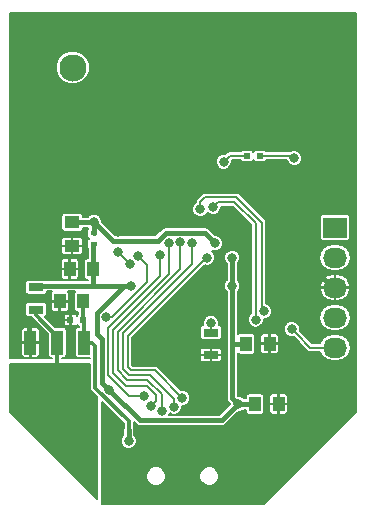
<source format=gbl>
G04 #@! TF.FileFunction,Copper,L2,Bot,Signal*
%FSLAX46Y46*%
G04 Gerber Fmt 4.6, Leading zero omitted, Abs format (unit mm)*
G04 Created by KiCad (PCBNEW (2016-08-08 BZR 7014)-stable) date Tue Aug  9 20:31:53 2016*
%MOMM*%
%LPD*%
G01*
G04 APERTURE LIST*
%ADD10C,0.100000*%
%ADD11R,1.000000X1.250000*%
%ADD12R,0.600000X0.500000*%
%ADD13R,1.250000X1.000000*%
%ADD14R,1.300000X0.700000*%
%ADD15R,0.600000X0.400000*%
%ADD16R,2.032000X1.727200*%
%ADD17O,2.032000X1.727200*%
%ADD18R,2.000000X2.000000*%
%ADD19C,2.300000*%
%ADD20R,3.657600X2.032000*%
%ADD21R,1.016000X2.032000*%
%ADD22O,1.600000X4.000000*%
%ADD23C,0.800000*%
%ADD24C,0.203200*%
%ADD25C,0.381000*%
%ADD26C,0.508000*%
%ADD27C,0.304800*%
%ADD28C,0.152400*%
G04 APERTURE END LIST*
D10*
D11*
X89600000Y-99500000D03*
X87600000Y-99500000D03*
D12*
X89600000Y-101100000D03*
X88500000Y-101100000D03*
D11*
X103375000Y-103100000D03*
X105375000Y-103100000D03*
X90450000Y-96775000D03*
X88450000Y-96775000D03*
X104125000Y-108200000D03*
X106125000Y-108200000D03*
D13*
X88650000Y-92825000D03*
X88650000Y-94825000D03*
D14*
X85600000Y-100200000D03*
X85600000Y-98300000D03*
D15*
X90500000Y-94650000D03*
X90500000Y-93750000D03*
D16*
X110900000Y-93270000D03*
D17*
X110900000Y-95810000D03*
X110900000Y-98350000D03*
X110900000Y-100890000D03*
X110900000Y-103430000D03*
D18*
X91240000Y-77170000D03*
X86160000Y-77170000D03*
X86160000Y-82250000D03*
X91240000Y-82250000D03*
D19*
X88700000Y-79710000D03*
D14*
X100400000Y-102150000D03*
X100400000Y-104050000D03*
D20*
X87400000Y-109602000D03*
D21*
X87400000Y-102998000D03*
X89686000Y-102998000D03*
X85114000Y-102998000D03*
D12*
X104550000Y-87200000D03*
X103450000Y-87200000D03*
D22*
X92300000Y-114300000D03*
X103700000Y-114300000D03*
D23*
X95900000Y-90400000D03*
X84899997Y-101200003D03*
X87600000Y-101200000D03*
X106000000Y-114000000D03*
X103000000Y-110000000D03*
X107000000Y-110000000D03*
X109000000Y-108000000D03*
X88000000Y-77000000D03*
X85000000Y-80000000D03*
X111000000Y-106000000D03*
X98000000Y-102000000D03*
X108000000Y-93000000D03*
X111000000Y-88000000D03*
X109000000Y-90000000D03*
X109000000Y-86000000D03*
X111000000Y-84000000D03*
X107000000Y-84000000D03*
X103000000Y-84000000D03*
X109000000Y-82000000D03*
X105000000Y-82000000D03*
X101000000Y-82000000D03*
X111000000Y-80000000D03*
X107000000Y-80000000D03*
X103000000Y-80000000D03*
X111000000Y-76000000D03*
X107000000Y-76000000D03*
X103000000Y-76000000D03*
X109000000Y-78000000D03*
X105000000Y-78000000D03*
X101000000Y-78000000D03*
X97000000Y-78000000D03*
X99000000Y-76000000D03*
X99000000Y-80000000D03*
X99000000Y-84000000D03*
X85000000Y-97000000D03*
X87000000Y-96000000D03*
X85000000Y-94000000D03*
X88000000Y-84000000D03*
X85000000Y-86000000D03*
X87000000Y-92000000D03*
X85000000Y-90000000D03*
X87000000Y-88000000D03*
X89000000Y-90000000D03*
X90000000Y-86000000D03*
X92000000Y-84000000D03*
X100856000Y-99842000D03*
X97300000Y-99650000D03*
X94850000Y-104250000D03*
X100250000Y-105100000D03*
X108250000Y-96150000D03*
X102200000Y-92000000D03*
X105300002Y-91700000D03*
X98197950Y-92702050D03*
X92500000Y-93600000D03*
X105725000Y-98425000D03*
X96707500Y-91227500D03*
X96707500Y-89552500D03*
X95032500Y-89552500D03*
X95032500Y-91227500D03*
X91450000Y-88400000D03*
X100150000Y-87950000D03*
X101600000Y-88850000D03*
X93433000Y-111333000D03*
X102200000Y-95800000D03*
X102200000Y-98200000D03*
X102700002Y-108200000D03*
X91800000Y-107000000D03*
X93650000Y-98200000D03*
X107253886Y-101853886D03*
X100750000Y-94600000D03*
X100750000Y-94600000D03*
X90500000Y-92800000D03*
X101477607Y-87700000D03*
X100400000Y-101350000D03*
X107460000Y-87396000D03*
X100100000Y-95800000D03*
X97987347Y-107687347D03*
X94234080Y-95646517D03*
X91540510Y-100850000D03*
X104200000Y-101050000D03*
X100600000Y-91500000D03*
X104920000Y-100350008D03*
X99500000Y-91700000D03*
X98807842Y-94526444D03*
X97281184Y-108422254D03*
X97808000Y-94508000D03*
X96250000Y-108800000D03*
X95341139Y-108382897D03*
X96812568Y-94603590D03*
X94750000Y-107500000D03*
X96065784Y-95558523D03*
X92500000Y-95299998D03*
X93522380Y-96358217D03*
D24*
X84899997Y-101765688D02*
X84899997Y-101200003D01*
X84899997Y-103185997D02*
X84899997Y-101765688D01*
X85114000Y-103400000D02*
X84899997Y-103185997D01*
D25*
X92500000Y-93600000D02*
X92660000Y-93600000D01*
X92660000Y-93600000D02*
X95032500Y-91227500D01*
X105700001Y-92099999D02*
X105300002Y-91700000D01*
X105700001Y-93302401D02*
X105700001Y-92099999D01*
X110747600Y-98350000D02*
X105700001Y-93302401D01*
X110900000Y-98350000D02*
X110747600Y-98350000D01*
D24*
X110900000Y-98350000D02*
X105800000Y-98350000D01*
X105800000Y-98350000D02*
X105725000Y-98425000D01*
D26*
X101600000Y-88850000D02*
X101050000Y-88850000D01*
X101050000Y-88850000D02*
X100150000Y-87950000D01*
D27*
X89600000Y-101100000D02*
X89600000Y-99500000D01*
X89686000Y-102998000D02*
X89686000Y-101186000D01*
X89686000Y-101186000D02*
X89600000Y-101100000D01*
X89686000Y-102998000D02*
X90298000Y-102998000D01*
X90298000Y-102998000D02*
X90600000Y-103300000D01*
X90600000Y-103300000D02*
X90600000Y-106843106D01*
X90600000Y-106843106D02*
X93433000Y-109676106D01*
X93433000Y-109676106D02*
X93433000Y-110433000D01*
D25*
X93433000Y-111333000D02*
X93433000Y-110433000D01*
X90450000Y-96775000D02*
X90450000Y-94700000D01*
X90450000Y-94700000D02*
X90500000Y-94650000D01*
X90450000Y-96775000D02*
X90450000Y-98175000D01*
X90450000Y-98175000D02*
X90475000Y-98200000D01*
X102200000Y-98200000D02*
X102200000Y-95800000D01*
X104125000Y-108200000D02*
X102700002Y-108200000D01*
X102200000Y-107699998D02*
X102200000Y-103100000D01*
X102200000Y-103100000D02*
X102200000Y-98765685D01*
X103375000Y-103100000D02*
X102494000Y-103100000D01*
X102494000Y-103100000D02*
X102200000Y-103100000D01*
X102200000Y-98765685D02*
X102200000Y-98200000D01*
X102700002Y-108200000D02*
X102200000Y-107699998D01*
X102300003Y-108599999D02*
X102700002Y-108200000D01*
X101309501Y-109590501D02*
X102300003Y-108599999D01*
X94390501Y-109590501D02*
X101309501Y-109590501D01*
X91800000Y-107000000D02*
X94390501Y-109590501D01*
X90750000Y-102237098D02*
X90750000Y-100470568D01*
X90750000Y-100470568D02*
X93020568Y-98200000D01*
X93084315Y-98200000D02*
X93650000Y-98200000D01*
X93020568Y-98200000D02*
X93084315Y-98200000D01*
X90750000Y-102237098D02*
X91200000Y-102687098D01*
X91200000Y-102687098D02*
X91200000Y-106400000D01*
X91200000Y-106400000D02*
X91800000Y-107000000D01*
X93650000Y-98200000D02*
X90475000Y-98200000D01*
X90475000Y-98200000D02*
X85700000Y-98200000D01*
X85700000Y-98200000D02*
X85600000Y-98300000D01*
D24*
X107653885Y-102253885D02*
X107253886Y-101853886D01*
X110900000Y-103430000D02*
X108830000Y-103430000D01*
X108830000Y-103430000D02*
X107653885Y-102253885D01*
D25*
X96562556Y-93717498D02*
X95889553Y-94390501D01*
X95889553Y-94390501D02*
X92090501Y-94390501D01*
X92090501Y-94390501D02*
X90899999Y-93199999D01*
X90899999Y-93199999D02*
X90500000Y-92800000D01*
X99867498Y-93717498D02*
X96562556Y-93717498D01*
X100750000Y-94600000D02*
X99867498Y-93717498D01*
X90500000Y-93750000D02*
X90500000Y-92800000D01*
X90500000Y-92800000D02*
X88900000Y-92800000D01*
X90550000Y-92850000D02*
X90500000Y-92800000D01*
D24*
X103450000Y-87200000D02*
X101977607Y-87200000D01*
X101977607Y-87200000D02*
X101477607Y-87700000D01*
D27*
X87400000Y-102998000D02*
X87400000Y-104318800D01*
X87400000Y-104318800D02*
X87400000Y-109602000D01*
X87400000Y-102998000D02*
X87400000Y-102490000D01*
X87400000Y-102490000D02*
X85600000Y-100690000D01*
X85600000Y-100690000D02*
X85600000Y-100200000D01*
D25*
X87400000Y-103400000D02*
X87400000Y-102500000D01*
D24*
X100400000Y-101350000D02*
X100400000Y-102150000D01*
X97987347Y-107687347D02*
X95643580Y-105343580D01*
X95643580Y-105343580D02*
X93643580Y-105343580D01*
X93643580Y-105343580D02*
X93353210Y-105053210D01*
X93353210Y-105053210D02*
X93353210Y-102446790D01*
X93353210Y-102446790D02*
X100000000Y-95800000D01*
X100000000Y-95800000D02*
X100100000Y-95800000D01*
X107264000Y-87200000D02*
X107460000Y-87396000D01*
X104550000Y-87200000D02*
X107264000Y-87200000D01*
X91540510Y-100850000D02*
X91590510Y-100800000D01*
X91590510Y-100800000D02*
X92050000Y-100800000D01*
X95000000Y-97850000D02*
X95000000Y-96412437D01*
X92050000Y-100800000D02*
X95000000Y-97850000D01*
X95000000Y-96412437D02*
X94234080Y-95646517D01*
X104200000Y-100484315D02*
X104200000Y-101050000D01*
X104200000Y-92911630D02*
X104200000Y-100484315D01*
X100999999Y-91100001D02*
X102388371Y-91100001D01*
X100600000Y-91500000D02*
X100999999Y-91100001D01*
X102388371Y-91100001D02*
X104200000Y-92911630D01*
X99500000Y-91700000D02*
X99500000Y-91134315D01*
X99937524Y-90696791D02*
X102555386Y-90696791D01*
X104700000Y-92841405D02*
X104700000Y-100100000D01*
X99500000Y-91134315D02*
X99937524Y-90696791D01*
X102555386Y-90696791D02*
X104700000Y-92841405D01*
X104700000Y-100100000D02*
X104920000Y-100320000D01*
X104920000Y-100320000D02*
X104920000Y-100350008D01*
X98792314Y-94541972D02*
X98807842Y-94526444D01*
X98807842Y-96342158D02*
X98807842Y-95092129D01*
X92950000Y-105229774D02*
X92950000Y-102200000D01*
X92950000Y-102200000D02*
X98807842Y-96342158D01*
X97281184Y-107781184D02*
X95246790Y-105746790D01*
X97281184Y-108422254D02*
X97281184Y-107781184D01*
X95246790Y-105746790D02*
X93467016Y-105746790D01*
X93467016Y-105746790D02*
X92950000Y-105229774D01*
X98807842Y-95092129D02*
X98807842Y-94526444D01*
X98792314Y-94696069D02*
X98792314Y-94541972D01*
X96250000Y-107391406D02*
X95008595Y-106150001D01*
X97808000Y-95073685D02*
X97808000Y-94508000D01*
X96250000Y-108800000D02*
X96250000Y-107391406D01*
X97808000Y-96767000D02*
X97808000Y-95073685D01*
X92503210Y-102071790D02*
X97808000Y-96767000D01*
X93300001Y-106150001D02*
X92503210Y-105353210D01*
X95008595Y-106150001D02*
X93300001Y-106150001D01*
X92503210Y-105353210D02*
X92503210Y-102071790D01*
X95741138Y-107982898D02*
X95741138Y-107452770D01*
X94988370Y-106700001D02*
X93220227Y-106700001D01*
X95341139Y-108382897D02*
X95741138Y-107982898D01*
X93220227Y-106700001D02*
X92099999Y-105579773D01*
X95741138Y-107452770D02*
X94988370Y-106700001D01*
X96812568Y-97187432D02*
X96812568Y-95169275D01*
X92099999Y-105579773D02*
X92099999Y-101900001D01*
X96812568Y-95169275D02*
X96812568Y-94603590D01*
X92099999Y-101900001D02*
X96812568Y-97187432D01*
X93450000Y-107500000D02*
X94184315Y-107500000D01*
X96065784Y-97354442D02*
X91696788Y-101723438D01*
X91696788Y-105746788D02*
X93450000Y-107500000D01*
X96065784Y-95558523D02*
X96065784Y-97354442D01*
X94184315Y-107500000D02*
X94750000Y-107500000D01*
X91696788Y-101723438D02*
X91696788Y-105746788D01*
X93522380Y-96358217D02*
X92500000Y-95335837D01*
X92500000Y-95335837D02*
X92500000Y-95299998D01*
D28*
G36*
X112645600Y-108853203D02*
X104853202Y-116645600D01*
X91176200Y-116645600D01*
X91176200Y-114464254D01*
X94920456Y-114464254D01*
X95046459Y-114769204D01*
X95279569Y-115002721D01*
X95584298Y-115129256D01*
X95914254Y-115129544D01*
X96219204Y-115003541D01*
X96452721Y-114770431D01*
X96579256Y-114465702D01*
X96579257Y-114464254D01*
X99420456Y-114464254D01*
X99546459Y-114769204D01*
X99779569Y-115002721D01*
X100084298Y-115129256D01*
X100414254Y-115129544D01*
X100719204Y-115003541D01*
X100952721Y-114770431D01*
X101079256Y-114465702D01*
X101079544Y-114135746D01*
X100953541Y-113830796D01*
X100720431Y-113597279D01*
X100415702Y-113470744D01*
X100085746Y-113470456D01*
X99780796Y-113596459D01*
X99547279Y-113829569D01*
X99420744Y-114134298D01*
X99420456Y-114464254D01*
X96579257Y-114464254D01*
X96579544Y-114135746D01*
X96453541Y-113830796D01*
X96220431Y-113597279D01*
X95915702Y-113470744D01*
X95585746Y-113470456D01*
X95280796Y-113596459D01*
X95047279Y-113829569D01*
X94920744Y-114134298D01*
X94920456Y-114464254D01*
X91176200Y-114464254D01*
X91176200Y-108029964D01*
X93001200Y-109854964D01*
X93001200Y-110249688D01*
X92998869Y-110253177D01*
X92963100Y-110433000D01*
X92963100Y-110842102D01*
X92857369Y-110947648D01*
X92753718Y-111197266D01*
X92753483Y-111467548D01*
X92856697Y-111717346D01*
X93047648Y-111908631D01*
X93297266Y-112012282D01*
X93567548Y-112012517D01*
X93817346Y-111909303D01*
X94008631Y-111718352D01*
X94112282Y-111468734D01*
X94112517Y-111198452D01*
X94009303Y-110948654D01*
X93902900Y-110842065D01*
X93902900Y-110433000D01*
X93867131Y-110253177D01*
X93864800Y-110249688D01*
X93864800Y-109729339D01*
X94058232Y-109922771D01*
X94210678Y-110024632D01*
X94390501Y-110060401D01*
X101309501Y-110060401D01*
X101489324Y-110024632D01*
X101641770Y-109922770D01*
X102632272Y-108932269D01*
X102632274Y-108932266D01*
X102685153Y-108879387D01*
X102834550Y-108879517D01*
X103084348Y-108776303D01*
X103190937Y-108669900D01*
X103340127Y-108669900D01*
X103340127Y-108825000D01*
X103361812Y-108934016D01*
X103423564Y-109026436D01*
X103515984Y-109088188D01*
X103625000Y-109109873D01*
X104625000Y-109109873D01*
X104734016Y-109088188D01*
X104826436Y-109026436D01*
X104888188Y-108934016D01*
X104909873Y-108825000D01*
X104909873Y-108295250D01*
X105345600Y-108295250D01*
X105345600Y-108880576D01*
X105388136Y-108983267D01*
X105466733Y-109061864D01*
X105569424Y-109104400D01*
X106029750Y-109104400D01*
X106099600Y-109034550D01*
X106099600Y-108225400D01*
X106150400Y-108225400D01*
X106150400Y-109034550D01*
X106220250Y-109104400D01*
X106680576Y-109104400D01*
X106783267Y-109061864D01*
X106861864Y-108983267D01*
X106904400Y-108880576D01*
X106904400Y-108295250D01*
X106834550Y-108225400D01*
X106150400Y-108225400D01*
X106099600Y-108225400D01*
X105415450Y-108225400D01*
X105345600Y-108295250D01*
X104909873Y-108295250D01*
X104909873Y-107575000D01*
X104898819Y-107519424D01*
X105345600Y-107519424D01*
X105345600Y-108104750D01*
X105415450Y-108174600D01*
X106099600Y-108174600D01*
X106099600Y-107365450D01*
X106150400Y-107365450D01*
X106150400Y-108174600D01*
X106834550Y-108174600D01*
X106904400Y-108104750D01*
X106904400Y-107519424D01*
X106861864Y-107416733D01*
X106783267Y-107338136D01*
X106680576Y-107295600D01*
X106220250Y-107295600D01*
X106150400Y-107365450D01*
X106099600Y-107365450D01*
X106029750Y-107295600D01*
X105569424Y-107295600D01*
X105466733Y-107338136D01*
X105388136Y-107416733D01*
X105345600Y-107519424D01*
X104898819Y-107519424D01*
X104888188Y-107465984D01*
X104826436Y-107373564D01*
X104734016Y-107311812D01*
X104625000Y-107290127D01*
X103625000Y-107290127D01*
X103515984Y-107311812D01*
X103423564Y-107373564D01*
X103361812Y-107465984D01*
X103340127Y-107575000D01*
X103340127Y-107730100D01*
X103190900Y-107730100D01*
X103085354Y-107624369D01*
X102835736Y-107520718D01*
X102685127Y-107520587D01*
X102669900Y-107505360D01*
X102669900Y-103920952D01*
X102673564Y-103926436D01*
X102765984Y-103988188D01*
X102875000Y-104009873D01*
X103875000Y-104009873D01*
X103984016Y-103988188D01*
X104076436Y-103926436D01*
X104138188Y-103834016D01*
X104159873Y-103725000D01*
X104159873Y-103195250D01*
X104595600Y-103195250D01*
X104595600Y-103780576D01*
X104638136Y-103883267D01*
X104716733Y-103961864D01*
X104819424Y-104004400D01*
X105279750Y-104004400D01*
X105349600Y-103934550D01*
X105349600Y-103125400D01*
X105400400Y-103125400D01*
X105400400Y-103934550D01*
X105470250Y-104004400D01*
X105930576Y-104004400D01*
X106033267Y-103961864D01*
X106111864Y-103883267D01*
X106154400Y-103780576D01*
X106154400Y-103195250D01*
X106084550Y-103125400D01*
X105400400Y-103125400D01*
X105349600Y-103125400D01*
X104665450Y-103125400D01*
X104595600Y-103195250D01*
X104159873Y-103195250D01*
X104159873Y-102475000D01*
X104148819Y-102419424D01*
X104595600Y-102419424D01*
X104595600Y-103004750D01*
X104665450Y-103074600D01*
X105349600Y-103074600D01*
X105349600Y-102265450D01*
X105400400Y-102265450D01*
X105400400Y-103074600D01*
X106084550Y-103074600D01*
X106154400Y-103004750D01*
X106154400Y-102419424D01*
X106111864Y-102316733D01*
X106033267Y-102238136D01*
X105930576Y-102195600D01*
X105470250Y-102195600D01*
X105400400Y-102265450D01*
X105349600Y-102265450D01*
X105279750Y-102195600D01*
X104819424Y-102195600D01*
X104716733Y-102238136D01*
X104638136Y-102316733D01*
X104595600Y-102419424D01*
X104148819Y-102419424D01*
X104138188Y-102365984D01*
X104076436Y-102273564D01*
X103984016Y-102211812D01*
X103875000Y-102190127D01*
X102875000Y-102190127D01*
X102765984Y-102211812D01*
X102673564Y-102273564D01*
X102669900Y-102279048D01*
X102669900Y-101988434D01*
X106574369Y-101988434D01*
X106677583Y-102238232D01*
X106868534Y-102429517D01*
X107118152Y-102533168D01*
X107388434Y-102533403D01*
X107392788Y-102531604D01*
X108560592Y-103699408D01*
X108684198Y-103781998D01*
X108830000Y-103811001D01*
X108830005Y-103811000D01*
X109655008Y-103811000D01*
X109666228Y-103867407D01*
X109913999Y-104238223D01*
X110284815Y-104485994D01*
X110722222Y-104573000D01*
X111077778Y-104573000D01*
X111515185Y-104485994D01*
X111886001Y-104238223D01*
X112133772Y-103867407D01*
X112220778Y-103430000D01*
X112133772Y-102992593D01*
X111886001Y-102621777D01*
X111515185Y-102374006D01*
X111077778Y-102287000D01*
X110722222Y-102287000D01*
X110284815Y-102374006D01*
X109913999Y-102621777D01*
X109666228Y-102992593D01*
X109655008Y-103049000D01*
X108987816Y-103049000D01*
X107931780Y-101992964D01*
X107933168Y-101989620D01*
X107933403Y-101719338D01*
X107830189Y-101469540D01*
X107639238Y-101278255D01*
X107389620Y-101174604D01*
X107119338Y-101174369D01*
X106869540Y-101277583D01*
X106678255Y-101468534D01*
X106574604Y-101718152D01*
X106574369Y-101988434D01*
X102669900Y-101988434D01*
X102669900Y-98690898D01*
X102775631Y-98585352D01*
X102879282Y-98335734D01*
X102879517Y-98065452D01*
X102776303Y-97815654D01*
X102669900Y-97709065D01*
X102669900Y-96290898D01*
X102775631Y-96185352D01*
X102879282Y-95935734D01*
X102879517Y-95665452D01*
X102776303Y-95415654D01*
X102585352Y-95224369D01*
X102335734Y-95120718D01*
X102065452Y-95120483D01*
X101815654Y-95223697D01*
X101624369Y-95414648D01*
X101520718Y-95664266D01*
X101520483Y-95934548D01*
X101623697Y-96184346D01*
X101730100Y-96290935D01*
X101730100Y-97709102D01*
X101624369Y-97814648D01*
X101520718Y-98064266D01*
X101520483Y-98334548D01*
X101623697Y-98584346D01*
X101730100Y-98690935D01*
X101730100Y-107699998D01*
X101759132Y-107845951D01*
X101765869Y-107879821D01*
X101867731Y-108032267D01*
X102020615Y-108185151D01*
X102020589Y-108214875D01*
X101967736Y-108267728D01*
X101967733Y-108267730D01*
X101114863Y-109120601D01*
X96852518Y-109120601D01*
X96902351Y-109000592D01*
X97145450Y-109101536D01*
X97415732Y-109101771D01*
X97665530Y-108998557D01*
X97856815Y-108807606D01*
X97960466Y-108557988D01*
X97960632Y-108366724D01*
X98121895Y-108366864D01*
X98371693Y-108263650D01*
X98562978Y-108072699D01*
X98666629Y-107823081D01*
X98666864Y-107552799D01*
X98563650Y-107303001D01*
X98372699Y-107111716D01*
X98123081Y-107008065D01*
X97852799Y-107007830D01*
X97848445Y-107009629D01*
X95912988Y-105074172D01*
X95789383Y-104991582D01*
X95643580Y-104962580D01*
X93801396Y-104962580D01*
X93734210Y-104895394D01*
X93734210Y-104145250D01*
X99470600Y-104145250D01*
X99470600Y-104455576D01*
X99513136Y-104558267D01*
X99591733Y-104636864D01*
X99694424Y-104679400D01*
X100304750Y-104679400D01*
X100374600Y-104609550D01*
X100374600Y-104075400D01*
X100425400Y-104075400D01*
X100425400Y-104609550D01*
X100495250Y-104679400D01*
X101105576Y-104679400D01*
X101208267Y-104636864D01*
X101286864Y-104558267D01*
X101329400Y-104455576D01*
X101329400Y-104145250D01*
X101259550Y-104075400D01*
X100425400Y-104075400D01*
X100374600Y-104075400D01*
X99540450Y-104075400D01*
X99470600Y-104145250D01*
X93734210Y-104145250D01*
X93734210Y-103644424D01*
X99470600Y-103644424D01*
X99470600Y-103954750D01*
X99540450Y-104024600D01*
X100374600Y-104024600D01*
X100374600Y-103490450D01*
X100425400Y-103490450D01*
X100425400Y-104024600D01*
X101259550Y-104024600D01*
X101329400Y-103954750D01*
X101329400Y-103644424D01*
X101286864Y-103541733D01*
X101208267Y-103463136D01*
X101105576Y-103420600D01*
X100495250Y-103420600D01*
X100425400Y-103490450D01*
X100374600Y-103490450D01*
X100304750Y-103420600D01*
X99694424Y-103420600D01*
X99591733Y-103463136D01*
X99513136Y-103541733D01*
X99470600Y-103644424D01*
X93734210Y-103644424D01*
X93734210Y-102604606D01*
X94538815Y-101800000D01*
X99465127Y-101800000D01*
X99465127Y-102500000D01*
X99486812Y-102609016D01*
X99548564Y-102701436D01*
X99640984Y-102763188D01*
X99750000Y-102784873D01*
X101050000Y-102784873D01*
X101159016Y-102763188D01*
X101251436Y-102701436D01*
X101313188Y-102609016D01*
X101334873Y-102500000D01*
X101334873Y-101800000D01*
X101313188Y-101690984D01*
X101251436Y-101598564D01*
X101159016Y-101536812D01*
X101065774Y-101518265D01*
X101079282Y-101485734D01*
X101079517Y-101215452D01*
X100976303Y-100965654D01*
X100785352Y-100774369D01*
X100535734Y-100670718D01*
X100265452Y-100670483D01*
X100015654Y-100773697D01*
X99824369Y-100964648D01*
X99720718Y-101214266D01*
X99720483Y-101484548D01*
X99734400Y-101518230D01*
X99640984Y-101536812D01*
X99548564Y-101598564D01*
X99486812Y-101690984D01*
X99465127Y-101800000D01*
X94538815Y-101800000D01*
X99890262Y-96448553D01*
X99964266Y-96479282D01*
X100234548Y-96479517D01*
X100484346Y-96376303D01*
X100675631Y-96185352D01*
X100779282Y-95935734D01*
X100779517Y-95665452D01*
X100676303Y-95415654D01*
X100487710Y-95226731D01*
X100614266Y-95279282D01*
X100884548Y-95279517D01*
X101134346Y-95176303D01*
X101325631Y-94985352D01*
X101429282Y-94735734D01*
X101429517Y-94465452D01*
X101326303Y-94215654D01*
X101135352Y-94024369D01*
X100885734Y-93920718D01*
X100735126Y-93920587D01*
X100199767Y-93385229D01*
X100047321Y-93283367D01*
X99867498Y-93247598D01*
X96562556Y-93247598D01*
X96382733Y-93283367D01*
X96230287Y-93385229D01*
X95694915Y-93920601D01*
X92285140Y-93920601D01*
X91232268Y-92867730D01*
X91179387Y-92814849D01*
X91179517Y-92665452D01*
X91076303Y-92415654D01*
X90885352Y-92224369D01*
X90635734Y-92120718D01*
X90365452Y-92120483D01*
X90115654Y-92223697D01*
X90009065Y-92330100D01*
X89559873Y-92330100D01*
X89559873Y-92325000D01*
X89538188Y-92215984D01*
X89476436Y-92123564D01*
X89384016Y-92061812D01*
X89275000Y-92040127D01*
X88025000Y-92040127D01*
X87915984Y-92061812D01*
X87823564Y-92123564D01*
X87761812Y-92215984D01*
X87740127Y-92325000D01*
X87740127Y-93325000D01*
X87761812Y-93434016D01*
X87823564Y-93526436D01*
X87915984Y-93588188D01*
X88025000Y-93609873D01*
X89275000Y-93609873D01*
X89384016Y-93588188D01*
X89476436Y-93526436D01*
X89538188Y-93434016D01*
X89559873Y-93325000D01*
X89559873Y-93269900D01*
X90009102Y-93269900D01*
X90030100Y-93290935D01*
X90030100Y-93327493D01*
X89998564Y-93348564D01*
X89936812Y-93440984D01*
X89915127Y-93550000D01*
X89915127Y-93950000D01*
X89936812Y-94059016D01*
X89998564Y-94151436D01*
X90071246Y-94200000D01*
X89998564Y-94248564D01*
X89936812Y-94340984D01*
X89915127Y-94450000D01*
X89915127Y-94850000D01*
X89936812Y-94959016D01*
X89980100Y-95023802D01*
X89980100Y-95865127D01*
X89950000Y-95865127D01*
X89840984Y-95886812D01*
X89748564Y-95948564D01*
X89686812Y-96040984D01*
X89665127Y-96150000D01*
X89665127Y-97400000D01*
X89686812Y-97509016D01*
X89748564Y-97601436D01*
X89840984Y-97663188D01*
X89950000Y-97684873D01*
X89980100Y-97684873D01*
X89980100Y-97730100D01*
X86423802Y-97730100D01*
X86359016Y-97686812D01*
X86250000Y-97665127D01*
X84950000Y-97665127D01*
X84840984Y-97686812D01*
X84748564Y-97748564D01*
X84686812Y-97840984D01*
X84665127Y-97950000D01*
X84665127Y-98650000D01*
X84686812Y-98759016D01*
X84748564Y-98851436D01*
X84840984Y-98913188D01*
X84950000Y-98934873D01*
X86250000Y-98934873D01*
X86359016Y-98913188D01*
X86451436Y-98851436D01*
X86513188Y-98759016D01*
X86530915Y-98669900D01*
X86909969Y-98669900D01*
X86863136Y-98716733D01*
X86820600Y-98819424D01*
X86820600Y-99404750D01*
X86890450Y-99474600D01*
X87574600Y-99474600D01*
X87574600Y-99454600D01*
X87625400Y-99454600D01*
X87625400Y-99474600D01*
X88309550Y-99474600D01*
X88379400Y-99404750D01*
X88379400Y-98819424D01*
X88336864Y-98716733D01*
X88290031Y-98669900D01*
X88904048Y-98669900D01*
X88898564Y-98673564D01*
X88836812Y-98765984D01*
X88815127Y-98875000D01*
X88815127Y-100125000D01*
X88836812Y-100234016D01*
X88898564Y-100326436D01*
X88990984Y-100388188D01*
X89100000Y-100409873D01*
X89168200Y-100409873D01*
X89168200Y-100602036D01*
X89098564Y-100648564D01*
X89049438Y-100722088D01*
X89036864Y-100691733D01*
X88958267Y-100613136D01*
X88855576Y-100570600D01*
X88595250Y-100570600D01*
X88525400Y-100640450D01*
X88525400Y-101074600D01*
X88545400Y-101074600D01*
X88545400Y-101125400D01*
X88525400Y-101125400D01*
X88525400Y-101559550D01*
X88595250Y-101629400D01*
X88855576Y-101629400D01*
X88958267Y-101586864D01*
X89036864Y-101508267D01*
X89049438Y-101477912D01*
X89098564Y-101551436D01*
X89190984Y-101613188D01*
X89254200Y-101625763D01*
X89254200Y-101697127D01*
X89178000Y-101697127D01*
X89068984Y-101718812D01*
X88976564Y-101780564D01*
X88914812Y-101872984D01*
X88893127Y-101982000D01*
X88893127Y-104014000D01*
X88914812Y-104123016D01*
X88976564Y-104215436D01*
X89068984Y-104277188D01*
X89178000Y-104298873D01*
X90168200Y-104298873D01*
X90168200Y-104323800D01*
X87831800Y-104323800D01*
X87831800Y-104298873D01*
X87908000Y-104298873D01*
X88017016Y-104277188D01*
X88109436Y-104215436D01*
X88171188Y-104123016D01*
X88192873Y-104014000D01*
X88192873Y-101982000D01*
X88171188Y-101872984D01*
X88109436Y-101780564D01*
X88017016Y-101718812D01*
X87908000Y-101697127D01*
X87217784Y-101697127D01*
X86715908Y-101195250D01*
X87920600Y-101195250D01*
X87920600Y-101405576D01*
X87963136Y-101508267D01*
X88041733Y-101586864D01*
X88144424Y-101629400D01*
X88404750Y-101629400D01*
X88474600Y-101559550D01*
X88474600Y-101125400D01*
X87990450Y-101125400D01*
X87920600Y-101195250D01*
X86715908Y-101195250D01*
X86338022Y-100817364D01*
X86359016Y-100813188D01*
X86387098Y-100794424D01*
X87920600Y-100794424D01*
X87920600Y-101004750D01*
X87990450Y-101074600D01*
X88474600Y-101074600D01*
X88474600Y-100640450D01*
X88404750Y-100570600D01*
X88144424Y-100570600D01*
X88041733Y-100613136D01*
X87963136Y-100691733D01*
X87920600Y-100794424D01*
X86387098Y-100794424D01*
X86451436Y-100751436D01*
X86513188Y-100659016D01*
X86534873Y-100550000D01*
X86534873Y-99850000D01*
X86513188Y-99740984D01*
X86451436Y-99648564D01*
X86371645Y-99595250D01*
X86820600Y-99595250D01*
X86820600Y-100180576D01*
X86863136Y-100283267D01*
X86941733Y-100361864D01*
X87044424Y-100404400D01*
X87504750Y-100404400D01*
X87574600Y-100334550D01*
X87574600Y-99525400D01*
X87625400Y-99525400D01*
X87625400Y-100334550D01*
X87695250Y-100404400D01*
X88155576Y-100404400D01*
X88258267Y-100361864D01*
X88336864Y-100283267D01*
X88379400Y-100180576D01*
X88379400Y-99595250D01*
X88309550Y-99525400D01*
X87625400Y-99525400D01*
X87574600Y-99525400D01*
X86890450Y-99525400D01*
X86820600Y-99595250D01*
X86371645Y-99595250D01*
X86359016Y-99586812D01*
X86250000Y-99565127D01*
X84950000Y-99565127D01*
X84840984Y-99586812D01*
X84748564Y-99648564D01*
X84686812Y-99740984D01*
X84665127Y-99850000D01*
X84665127Y-100550000D01*
X84686812Y-100659016D01*
X84748564Y-100751436D01*
X84840984Y-100813188D01*
X84950000Y-100834873D01*
X85197017Y-100834873D01*
X85201069Y-100855243D01*
X85261579Y-100945803D01*
X85294671Y-100995329D01*
X86607127Y-102307784D01*
X86607127Y-104014000D01*
X86628812Y-104123016D01*
X86690564Y-104215436D01*
X86782984Y-104277188D01*
X86892000Y-104298873D01*
X86968200Y-104298873D01*
X86968200Y-104323800D01*
X83354400Y-104323800D01*
X83354400Y-103093250D01*
X84326600Y-103093250D01*
X84326600Y-104069576D01*
X84369136Y-104172267D01*
X84447733Y-104250864D01*
X84550424Y-104293400D01*
X85018750Y-104293400D01*
X85088600Y-104223550D01*
X85088600Y-103023400D01*
X85139400Y-103023400D01*
X85139400Y-104223550D01*
X85209250Y-104293400D01*
X85677576Y-104293400D01*
X85780267Y-104250864D01*
X85858864Y-104172267D01*
X85901400Y-104069576D01*
X85901400Y-103093250D01*
X85831550Y-103023400D01*
X85139400Y-103023400D01*
X85088600Y-103023400D01*
X84396450Y-103023400D01*
X84326600Y-103093250D01*
X83354400Y-103093250D01*
X83354400Y-101926424D01*
X84326600Y-101926424D01*
X84326600Y-102902750D01*
X84396450Y-102972600D01*
X85088600Y-102972600D01*
X85088600Y-101772450D01*
X85139400Y-101772450D01*
X85139400Y-102972600D01*
X85831550Y-102972600D01*
X85901400Y-102902750D01*
X85901400Y-101926424D01*
X85858864Y-101823733D01*
X85780267Y-101745136D01*
X85677576Y-101702600D01*
X85209250Y-101702600D01*
X85139400Y-101772450D01*
X85088600Y-101772450D01*
X85018750Y-101702600D01*
X84550424Y-101702600D01*
X84447733Y-101745136D01*
X84369136Y-101823733D01*
X84326600Y-101926424D01*
X83354400Y-101926424D01*
X83354400Y-96870250D01*
X87670600Y-96870250D01*
X87670600Y-97455576D01*
X87713136Y-97558267D01*
X87791733Y-97636864D01*
X87894424Y-97679400D01*
X88354750Y-97679400D01*
X88424600Y-97609550D01*
X88424600Y-96800400D01*
X88475400Y-96800400D01*
X88475400Y-97609550D01*
X88545250Y-97679400D01*
X89005576Y-97679400D01*
X89108267Y-97636864D01*
X89186864Y-97558267D01*
X89229400Y-97455576D01*
X89229400Y-96870250D01*
X89159550Y-96800400D01*
X88475400Y-96800400D01*
X88424600Y-96800400D01*
X87740450Y-96800400D01*
X87670600Y-96870250D01*
X83354400Y-96870250D01*
X83354400Y-96094424D01*
X87670600Y-96094424D01*
X87670600Y-96679750D01*
X87740450Y-96749600D01*
X88424600Y-96749600D01*
X88424600Y-95940450D01*
X88475400Y-95940450D01*
X88475400Y-96749600D01*
X89159550Y-96749600D01*
X89229400Y-96679750D01*
X89229400Y-96094424D01*
X89186864Y-95991733D01*
X89108267Y-95913136D01*
X89005576Y-95870600D01*
X88545250Y-95870600D01*
X88475400Y-95940450D01*
X88424600Y-95940450D01*
X88354750Y-95870600D01*
X87894424Y-95870600D01*
X87791733Y-95913136D01*
X87713136Y-95991733D01*
X87670600Y-96094424D01*
X83354400Y-96094424D01*
X83354400Y-94920250D01*
X87745600Y-94920250D01*
X87745600Y-95380576D01*
X87788136Y-95483267D01*
X87866733Y-95561864D01*
X87969424Y-95604400D01*
X88554750Y-95604400D01*
X88624600Y-95534550D01*
X88624600Y-94850400D01*
X88675400Y-94850400D01*
X88675400Y-95534550D01*
X88745250Y-95604400D01*
X89330576Y-95604400D01*
X89433267Y-95561864D01*
X89511864Y-95483267D01*
X89554400Y-95380576D01*
X89554400Y-94920250D01*
X89484550Y-94850400D01*
X88675400Y-94850400D01*
X88624600Y-94850400D01*
X87815450Y-94850400D01*
X87745600Y-94920250D01*
X83354400Y-94920250D01*
X83354400Y-94269424D01*
X87745600Y-94269424D01*
X87745600Y-94729750D01*
X87815450Y-94799600D01*
X88624600Y-94799600D01*
X88624600Y-94115450D01*
X88675400Y-94115450D01*
X88675400Y-94799600D01*
X89484550Y-94799600D01*
X89554400Y-94729750D01*
X89554400Y-94269424D01*
X89511864Y-94166733D01*
X89433267Y-94088136D01*
X89330576Y-94045600D01*
X88745250Y-94045600D01*
X88675400Y-94115450D01*
X88624600Y-94115450D01*
X88554750Y-94045600D01*
X87969424Y-94045600D01*
X87866733Y-94088136D01*
X87788136Y-94166733D01*
X87745600Y-94269424D01*
X83354400Y-94269424D01*
X83354400Y-91834548D01*
X98820483Y-91834548D01*
X98923697Y-92084346D01*
X99114648Y-92275631D01*
X99364266Y-92379282D01*
X99634548Y-92379517D01*
X99884346Y-92276303D01*
X100075631Y-92085352D01*
X100119320Y-91980137D01*
X100214648Y-92075631D01*
X100464266Y-92179282D01*
X100734548Y-92179517D01*
X100984346Y-92076303D01*
X101175631Y-91885352D01*
X101279282Y-91635734D01*
X101279417Y-91481001D01*
X102230555Y-91481001D01*
X103819000Y-93069445D01*
X103819000Y-100472314D01*
X103815654Y-100473697D01*
X103624369Y-100664648D01*
X103520718Y-100914266D01*
X103520483Y-101184548D01*
X103623697Y-101434346D01*
X103814648Y-101625631D01*
X104064266Y-101729282D01*
X104334548Y-101729517D01*
X104584346Y-101626303D01*
X104775631Y-101435352D01*
X104879282Y-101185734D01*
X104879418Y-101029373D01*
X105054548Y-101029525D01*
X105304346Y-100926311D01*
X105340720Y-100890000D01*
X109579222Y-100890000D01*
X109666228Y-101327407D01*
X109913999Y-101698223D01*
X110284815Y-101945994D01*
X110722222Y-102033000D01*
X111077778Y-102033000D01*
X111515185Y-101945994D01*
X111886001Y-101698223D01*
X112133772Y-101327407D01*
X112220778Y-100890000D01*
X112133772Y-100452593D01*
X111886001Y-100081777D01*
X111515185Y-99834006D01*
X111077778Y-99747000D01*
X110722222Y-99747000D01*
X110284815Y-99834006D01*
X109913999Y-100081777D01*
X109666228Y-100452593D01*
X109579222Y-100890000D01*
X105340720Y-100890000D01*
X105495631Y-100735360D01*
X105599282Y-100485742D01*
X105599517Y-100215460D01*
X105496303Y-99965662D01*
X105305352Y-99774377D01*
X105081000Y-99681217D01*
X105081000Y-98553848D01*
X109622924Y-98553848D01*
X109681885Y-98763940D01*
X109921416Y-99140262D01*
X110286726Y-99396274D01*
X110722200Y-99493000D01*
X110874600Y-99493000D01*
X110874600Y-98375400D01*
X110925400Y-98375400D01*
X110925400Y-99493000D01*
X111077800Y-99493000D01*
X111513274Y-99396274D01*
X111878584Y-99140262D01*
X112118115Y-98763940D01*
X112177076Y-98553848D01*
X112125249Y-98375400D01*
X110925400Y-98375400D01*
X110874600Y-98375400D01*
X109674751Y-98375400D01*
X109622924Y-98553848D01*
X105081000Y-98553848D01*
X105081000Y-98146152D01*
X109622924Y-98146152D01*
X109674751Y-98324600D01*
X110874600Y-98324600D01*
X110874600Y-97207000D01*
X110925400Y-97207000D01*
X110925400Y-98324600D01*
X112125249Y-98324600D01*
X112177076Y-98146152D01*
X112118115Y-97936060D01*
X111878584Y-97559738D01*
X111513274Y-97303726D01*
X111077800Y-97207000D01*
X110925400Y-97207000D01*
X110874600Y-97207000D01*
X110722200Y-97207000D01*
X110286726Y-97303726D01*
X109921416Y-97559738D01*
X109681885Y-97936060D01*
X109622924Y-98146152D01*
X105081000Y-98146152D01*
X105081000Y-95810000D01*
X109579222Y-95810000D01*
X109666228Y-96247407D01*
X109913999Y-96618223D01*
X110284815Y-96865994D01*
X110722222Y-96953000D01*
X111077778Y-96953000D01*
X111515185Y-96865994D01*
X111886001Y-96618223D01*
X112133772Y-96247407D01*
X112220778Y-95810000D01*
X112133772Y-95372593D01*
X111886001Y-95001777D01*
X111515185Y-94754006D01*
X111077778Y-94667000D01*
X110722222Y-94667000D01*
X110284815Y-94754006D01*
X109913999Y-95001777D01*
X109666228Y-95372593D01*
X109579222Y-95810000D01*
X105081000Y-95810000D01*
X105081000Y-92841405D01*
X105051998Y-92695603D01*
X105051998Y-92695602D01*
X104969408Y-92571997D01*
X104803811Y-92406400D01*
X109599127Y-92406400D01*
X109599127Y-94133600D01*
X109620812Y-94242616D01*
X109682564Y-94335036D01*
X109774984Y-94396788D01*
X109884000Y-94418473D01*
X111916000Y-94418473D01*
X112025016Y-94396788D01*
X112117436Y-94335036D01*
X112179188Y-94242616D01*
X112200873Y-94133600D01*
X112200873Y-92406400D01*
X112179188Y-92297384D01*
X112117436Y-92204964D01*
X112025016Y-92143212D01*
X111916000Y-92121527D01*
X109884000Y-92121527D01*
X109774984Y-92143212D01*
X109682564Y-92204964D01*
X109620812Y-92297384D01*
X109599127Y-92406400D01*
X104803811Y-92406400D01*
X102824794Y-90427383D01*
X102701189Y-90344793D01*
X102555386Y-90315791D01*
X99937524Y-90315791D01*
X99791722Y-90344793D01*
X99668116Y-90427383D01*
X99668114Y-90427386D01*
X99230592Y-90864907D01*
X99148002Y-90988512D01*
X99122912Y-91114648D01*
X99121601Y-91121240D01*
X99115654Y-91123697D01*
X98924369Y-91314648D01*
X98820718Y-91564266D01*
X98820483Y-91834548D01*
X83354400Y-91834548D01*
X83354400Y-87834548D01*
X100798090Y-87834548D01*
X100901304Y-88084346D01*
X101092255Y-88275631D01*
X101341873Y-88379282D01*
X101612155Y-88379517D01*
X101861953Y-88276303D01*
X102053238Y-88085352D01*
X102156889Y-87835734D01*
X102157110Y-87581000D01*
X102901501Y-87581000D01*
X102948564Y-87651436D01*
X103040984Y-87713188D01*
X103150000Y-87734873D01*
X103750000Y-87734873D01*
X103859016Y-87713188D01*
X103951436Y-87651436D01*
X104000000Y-87578754D01*
X104048564Y-87651436D01*
X104140984Y-87713188D01*
X104250000Y-87734873D01*
X104850000Y-87734873D01*
X104959016Y-87713188D01*
X105051436Y-87651436D01*
X105098499Y-87581000D01*
X106801329Y-87581000D01*
X106883697Y-87780346D01*
X107074648Y-87971631D01*
X107324266Y-88075282D01*
X107594548Y-88075517D01*
X107844346Y-87972303D01*
X108035631Y-87781352D01*
X108139282Y-87531734D01*
X108139517Y-87261452D01*
X108036303Y-87011654D01*
X107845352Y-86820369D01*
X107595734Y-86716718D01*
X107325452Y-86716483D01*
X107077341Y-86819000D01*
X105098499Y-86819000D01*
X105051436Y-86748564D01*
X104959016Y-86686812D01*
X104850000Y-86665127D01*
X104250000Y-86665127D01*
X104140984Y-86686812D01*
X104048564Y-86748564D01*
X104000000Y-86821246D01*
X103951436Y-86748564D01*
X103859016Y-86686812D01*
X103750000Y-86665127D01*
X103150000Y-86665127D01*
X103040984Y-86686812D01*
X102948564Y-86748564D01*
X102901501Y-86819000D01*
X101977612Y-86819000D01*
X101977607Y-86818999D01*
X101831805Y-86848002D01*
X101708199Y-86930592D01*
X101616685Y-87022106D01*
X101613341Y-87020718D01*
X101343059Y-87020483D01*
X101093261Y-87123697D01*
X100901976Y-87314648D01*
X100798325Y-87564266D01*
X100798090Y-87834548D01*
X83354400Y-87834548D01*
X83354400Y-79993078D01*
X87270352Y-79993078D01*
X87487507Y-80518632D01*
X87889253Y-80921080D01*
X88414427Y-81139152D01*
X88983078Y-81139648D01*
X89508632Y-80922493D01*
X89911080Y-80520747D01*
X90129152Y-79995573D01*
X90129648Y-79426922D01*
X89912493Y-78901368D01*
X89510747Y-78498920D01*
X88985573Y-78280848D01*
X88416922Y-78280352D01*
X87891368Y-78497507D01*
X87488920Y-78899253D01*
X87270848Y-79424427D01*
X87270352Y-79993078D01*
X83354400Y-79993078D01*
X83354400Y-75076200D01*
X112645600Y-75076200D01*
X112645600Y-108853203D01*
X112645600Y-108853203D01*
G37*
X112645600Y-108853203D02*
X104853202Y-116645600D01*
X91176200Y-116645600D01*
X91176200Y-114464254D01*
X94920456Y-114464254D01*
X95046459Y-114769204D01*
X95279569Y-115002721D01*
X95584298Y-115129256D01*
X95914254Y-115129544D01*
X96219204Y-115003541D01*
X96452721Y-114770431D01*
X96579256Y-114465702D01*
X96579257Y-114464254D01*
X99420456Y-114464254D01*
X99546459Y-114769204D01*
X99779569Y-115002721D01*
X100084298Y-115129256D01*
X100414254Y-115129544D01*
X100719204Y-115003541D01*
X100952721Y-114770431D01*
X101079256Y-114465702D01*
X101079544Y-114135746D01*
X100953541Y-113830796D01*
X100720431Y-113597279D01*
X100415702Y-113470744D01*
X100085746Y-113470456D01*
X99780796Y-113596459D01*
X99547279Y-113829569D01*
X99420744Y-114134298D01*
X99420456Y-114464254D01*
X96579257Y-114464254D01*
X96579544Y-114135746D01*
X96453541Y-113830796D01*
X96220431Y-113597279D01*
X95915702Y-113470744D01*
X95585746Y-113470456D01*
X95280796Y-113596459D01*
X95047279Y-113829569D01*
X94920744Y-114134298D01*
X94920456Y-114464254D01*
X91176200Y-114464254D01*
X91176200Y-108029964D01*
X93001200Y-109854964D01*
X93001200Y-110249688D01*
X92998869Y-110253177D01*
X92963100Y-110433000D01*
X92963100Y-110842102D01*
X92857369Y-110947648D01*
X92753718Y-111197266D01*
X92753483Y-111467548D01*
X92856697Y-111717346D01*
X93047648Y-111908631D01*
X93297266Y-112012282D01*
X93567548Y-112012517D01*
X93817346Y-111909303D01*
X94008631Y-111718352D01*
X94112282Y-111468734D01*
X94112517Y-111198452D01*
X94009303Y-110948654D01*
X93902900Y-110842065D01*
X93902900Y-110433000D01*
X93867131Y-110253177D01*
X93864800Y-110249688D01*
X93864800Y-109729339D01*
X94058232Y-109922771D01*
X94210678Y-110024632D01*
X94390501Y-110060401D01*
X101309501Y-110060401D01*
X101489324Y-110024632D01*
X101641770Y-109922770D01*
X102632272Y-108932269D01*
X102632274Y-108932266D01*
X102685153Y-108879387D01*
X102834550Y-108879517D01*
X103084348Y-108776303D01*
X103190937Y-108669900D01*
X103340127Y-108669900D01*
X103340127Y-108825000D01*
X103361812Y-108934016D01*
X103423564Y-109026436D01*
X103515984Y-109088188D01*
X103625000Y-109109873D01*
X104625000Y-109109873D01*
X104734016Y-109088188D01*
X104826436Y-109026436D01*
X104888188Y-108934016D01*
X104909873Y-108825000D01*
X104909873Y-108295250D01*
X105345600Y-108295250D01*
X105345600Y-108880576D01*
X105388136Y-108983267D01*
X105466733Y-109061864D01*
X105569424Y-109104400D01*
X106029750Y-109104400D01*
X106099600Y-109034550D01*
X106099600Y-108225400D01*
X106150400Y-108225400D01*
X106150400Y-109034550D01*
X106220250Y-109104400D01*
X106680576Y-109104400D01*
X106783267Y-109061864D01*
X106861864Y-108983267D01*
X106904400Y-108880576D01*
X106904400Y-108295250D01*
X106834550Y-108225400D01*
X106150400Y-108225400D01*
X106099600Y-108225400D01*
X105415450Y-108225400D01*
X105345600Y-108295250D01*
X104909873Y-108295250D01*
X104909873Y-107575000D01*
X104898819Y-107519424D01*
X105345600Y-107519424D01*
X105345600Y-108104750D01*
X105415450Y-108174600D01*
X106099600Y-108174600D01*
X106099600Y-107365450D01*
X106150400Y-107365450D01*
X106150400Y-108174600D01*
X106834550Y-108174600D01*
X106904400Y-108104750D01*
X106904400Y-107519424D01*
X106861864Y-107416733D01*
X106783267Y-107338136D01*
X106680576Y-107295600D01*
X106220250Y-107295600D01*
X106150400Y-107365450D01*
X106099600Y-107365450D01*
X106029750Y-107295600D01*
X105569424Y-107295600D01*
X105466733Y-107338136D01*
X105388136Y-107416733D01*
X105345600Y-107519424D01*
X104898819Y-107519424D01*
X104888188Y-107465984D01*
X104826436Y-107373564D01*
X104734016Y-107311812D01*
X104625000Y-107290127D01*
X103625000Y-107290127D01*
X103515984Y-107311812D01*
X103423564Y-107373564D01*
X103361812Y-107465984D01*
X103340127Y-107575000D01*
X103340127Y-107730100D01*
X103190900Y-107730100D01*
X103085354Y-107624369D01*
X102835736Y-107520718D01*
X102685127Y-107520587D01*
X102669900Y-107505360D01*
X102669900Y-103920952D01*
X102673564Y-103926436D01*
X102765984Y-103988188D01*
X102875000Y-104009873D01*
X103875000Y-104009873D01*
X103984016Y-103988188D01*
X104076436Y-103926436D01*
X104138188Y-103834016D01*
X104159873Y-103725000D01*
X104159873Y-103195250D01*
X104595600Y-103195250D01*
X104595600Y-103780576D01*
X104638136Y-103883267D01*
X104716733Y-103961864D01*
X104819424Y-104004400D01*
X105279750Y-104004400D01*
X105349600Y-103934550D01*
X105349600Y-103125400D01*
X105400400Y-103125400D01*
X105400400Y-103934550D01*
X105470250Y-104004400D01*
X105930576Y-104004400D01*
X106033267Y-103961864D01*
X106111864Y-103883267D01*
X106154400Y-103780576D01*
X106154400Y-103195250D01*
X106084550Y-103125400D01*
X105400400Y-103125400D01*
X105349600Y-103125400D01*
X104665450Y-103125400D01*
X104595600Y-103195250D01*
X104159873Y-103195250D01*
X104159873Y-102475000D01*
X104148819Y-102419424D01*
X104595600Y-102419424D01*
X104595600Y-103004750D01*
X104665450Y-103074600D01*
X105349600Y-103074600D01*
X105349600Y-102265450D01*
X105400400Y-102265450D01*
X105400400Y-103074600D01*
X106084550Y-103074600D01*
X106154400Y-103004750D01*
X106154400Y-102419424D01*
X106111864Y-102316733D01*
X106033267Y-102238136D01*
X105930576Y-102195600D01*
X105470250Y-102195600D01*
X105400400Y-102265450D01*
X105349600Y-102265450D01*
X105279750Y-102195600D01*
X104819424Y-102195600D01*
X104716733Y-102238136D01*
X104638136Y-102316733D01*
X104595600Y-102419424D01*
X104148819Y-102419424D01*
X104138188Y-102365984D01*
X104076436Y-102273564D01*
X103984016Y-102211812D01*
X103875000Y-102190127D01*
X102875000Y-102190127D01*
X102765984Y-102211812D01*
X102673564Y-102273564D01*
X102669900Y-102279048D01*
X102669900Y-101988434D01*
X106574369Y-101988434D01*
X106677583Y-102238232D01*
X106868534Y-102429517D01*
X107118152Y-102533168D01*
X107388434Y-102533403D01*
X107392788Y-102531604D01*
X108560592Y-103699408D01*
X108684198Y-103781998D01*
X108830000Y-103811001D01*
X108830005Y-103811000D01*
X109655008Y-103811000D01*
X109666228Y-103867407D01*
X109913999Y-104238223D01*
X110284815Y-104485994D01*
X110722222Y-104573000D01*
X111077778Y-104573000D01*
X111515185Y-104485994D01*
X111886001Y-104238223D01*
X112133772Y-103867407D01*
X112220778Y-103430000D01*
X112133772Y-102992593D01*
X111886001Y-102621777D01*
X111515185Y-102374006D01*
X111077778Y-102287000D01*
X110722222Y-102287000D01*
X110284815Y-102374006D01*
X109913999Y-102621777D01*
X109666228Y-102992593D01*
X109655008Y-103049000D01*
X108987816Y-103049000D01*
X107931780Y-101992964D01*
X107933168Y-101989620D01*
X107933403Y-101719338D01*
X107830189Y-101469540D01*
X107639238Y-101278255D01*
X107389620Y-101174604D01*
X107119338Y-101174369D01*
X106869540Y-101277583D01*
X106678255Y-101468534D01*
X106574604Y-101718152D01*
X106574369Y-101988434D01*
X102669900Y-101988434D01*
X102669900Y-98690898D01*
X102775631Y-98585352D01*
X102879282Y-98335734D01*
X102879517Y-98065452D01*
X102776303Y-97815654D01*
X102669900Y-97709065D01*
X102669900Y-96290898D01*
X102775631Y-96185352D01*
X102879282Y-95935734D01*
X102879517Y-95665452D01*
X102776303Y-95415654D01*
X102585352Y-95224369D01*
X102335734Y-95120718D01*
X102065452Y-95120483D01*
X101815654Y-95223697D01*
X101624369Y-95414648D01*
X101520718Y-95664266D01*
X101520483Y-95934548D01*
X101623697Y-96184346D01*
X101730100Y-96290935D01*
X101730100Y-97709102D01*
X101624369Y-97814648D01*
X101520718Y-98064266D01*
X101520483Y-98334548D01*
X101623697Y-98584346D01*
X101730100Y-98690935D01*
X101730100Y-107699998D01*
X101759132Y-107845951D01*
X101765869Y-107879821D01*
X101867731Y-108032267D01*
X102020615Y-108185151D01*
X102020589Y-108214875D01*
X101967736Y-108267728D01*
X101967733Y-108267730D01*
X101114863Y-109120601D01*
X96852518Y-109120601D01*
X96902351Y-109000592D01*
X97145450Y-109101536D01*
X97415732Y-109101771D01*
X97665530Y-108998557D01*
X97856815Y-108807606D01*
X97960466Y-108557988D01*
X97960632Y-108366724D01*
X98121895Y-108366864D01*
X98371693Y-108263650D01*
X98562978Y-108072699D01*
X98666629Y-107823081D01*
X98666864Y-107552799D01*
X98563650Y-107303001D01*
X98372699Y-107111716D01*
X98123081Y-107008065D01*
X97852799Y-107007830D01*
X97848445Y-107009629D01*
X95912988Y-105074172D01*
X95789383Y-104991582D01*
X95643580Y-104962580D01*
X93801396Y-104962580D01*
X93734210Y-104895394D01*
X93734210Y-104145250D01*
X99470600Y-104145250D01*
X99470600Y-104455576D01*
X99513136Y-104558267D01*
X99591733Y-104636864D01*
X99694424Y-104679400D01*
X100304750Y-104679400D01*
X100374600Y-104609550D01*
X100374600Y-104075400D01*
X100425400Y-104075400D01*
X100425400Y-104609550D01*
X100495250Y-104679400D01*
X101105576Y-104679400D01*
X101208267Y-104636864D01*
X101286864Y-104558267D01*
X101329400Y-104455576D01*
X101329400Y-104145250D01*
X101259550Y-104075400D01*
X100425400Y-104075400D01*
X100374600Y-104075400D01*
X99540450Y-104075400D01*
X99470600Y-104145250D01*
X93734210Y-104145250D01*
X93734210Y-103644424D01*
X99470600Y-103644424D01*
X99470600Y-103954750D01*
X99540450Y-104024600D01*
X100374600Y-104024600D01*
X100374600Y-103490450D01*
X100425400Y-103490450D01*
X100425400Y-104024600D01*
X101259550Y-104024600D01*
X101329400Y-103954750D01*
X101329400Y-103644424D01*
X101286864Y-103541733D01*
X101208267Y-103463136D01*
X101105576Y-103420600D01*
X100495250Y-103420600D01*
X100425400Y-103490450D01*
X100374600Y-103490450D01*
X100304750Y-103420600D01*
X99694424Y-103420600D01*
X99591733Y-103463136D01*
X99513136Y-103541733D01*
X99470600Y-103644424D01*
X93734210Y-103644424D01*
X93734210Y-102604606D01*
X94538815Y-101800000D01*
X99465127Y-101800000D01*
X99465127Y-102500000D01*
X99486812Y-102609016D01*
X99548564Y-102701436D01*
X99640984Y-102763188D01*
X99750000Y-102784873D01*
X101050000Y-102784873D01*
X101159016Y-102763188D01*
X101251436Y-102701436D01*
X101313188Y-102609016D01*
X101334873Y-102500000D01*
X101334873Y-101800000D01*
X101313188Y-101690984D01*
X101251436Y-101598564D01*
X101159016Y-101536812D01*
X101065774Y-101518265D01*
X101079282Y-101485734D01*
X101079517Y-101215452D01*
X100976303Y-100965654D01*
X100785352Y-100774369D01*
X100535734Y-100670718D01*
X100265452Y-100670483D01*
X100015654Y-100773697D01*
X99824369Y-100964648D01*
X99720718Y-101214266D01*
X99720483Y-101484548D01*
X99734400Y-101518230D01*
X99640984Y-101536812D01*
X99548564Y-101598564D01*
X99486812Y-101690984D01*
X99465127Y-101800000D01*
X94538815Y-101800000D01*
X99890262Y-96448553D01*
X99964266Y-96479282D01*
X100234548Y-96479517D01*
X100484346Y-96376303D01*
X100675631Y-96185352D01*
X100779282Y-95935734D01*
X100779517Y-95665452D01*
X100676303Y-95415654D01*
X100487710Y-95226731D01*
X100614266Y-95279282D01*
X100884548Y-95279517D01*
X101134346Y-95176303D01*
X101325631Y-94985352D01*
X101429282Y-94735734D01*
X101429517Y-94465452D01*
X101326303Y-94215654D01*
X101135352Y-94024369D01*
X100885734Y-93920718D01*
X100735126Y-93920587D01*
X100199767Y-93385229D01*
X100047321Y-93283367D01*
X99867498Y-93247598D01*
X96562556Y-93247598D01*
X96382733Y-93283367D01*
X96230287Y-93385229D01*
X95694915Y-93920601D01*
X92285140Y-93920601D01*
X91232268Y-92867730D01*
X91179387Y-92814849D01*
X91179517Y-92665452D01*
X91076303Y-92415654D01*
X90885352Y-92224369D01*
X90635734Y-92120718D01*
X90365452Y-92120483D01*
X90115654Y-92223697D01*
X90009065Y-92330100D01*
X89559873Y-92330100D01*
X89559873Y-92325000D01*
X89538188Y-92215984D01*
X89476436Y-92123564D01*
X89384016Y-92061812D01*
X89275000Y-92040127D01*
X88025000Y-92040127D01*
X87915984Y-92061812D01*
X87823564Y-92123564D01*
X87761812Y-92215984D01*
X87740127Y-92325000D01*
X87740127Y-93325000D01*
X87761812Y-93434016D01*
X87823564Y-93526436D01*
X87915984Y-93588188D01*
X88025000Y-93609873D01*
X89275000Y-93609873D01*
X89384016Y-93588188D01*
X89476436Y-93526436D01*
X89538188Y-93434016D01*
X89559873Y-93325000D01*
X89559873Y-93269900D01*
X90009102Y-93269900D01*
X90030100Y-93290935D01*
X90030100Y-93327493D01*
X89998564Y-93348564D01*
X89936812Y-93440984D01*
X89915127Y-93550000D01*
X89915127Y-93950000D01*
X89936812Y-94059016D01*
X89998564Y-94151436D01*
X90071246Y-94200000D01*
X89998564Y-94248564D01*
X89936812Y-94340984D01*
X89915127Y-94450000D01*
X89915127Y-94850000D01*
X89936812Y-94959016D01*
X89980100Y-95023802D01*
X89980100Y-95865127D01*
X89950000Y-95865127D01*
X89840984Y-95886812D01*
X89748564Y-95948564D01*
X89686812Y-96040984D01*
X89665127Y-96150000D01*
X89665127Y-97400000D01*
X89686812Y-97509016D01*
X89748564Y-97601436D01*
X89840984Y-97663188D01*
X89950000Y-97684873D01*
X89980100Y-97684873D01*
X89980100Y-97730100D01*
X86423802Y-97730100D01*
X86359016Y-97686812D01*
X86250000Y-97665127D01*
X84950000Y-97665127D01*
X84840984Y-97686812D01*
X84748564Y-97748564D01*
X84686812Y-97840984D01*
X84665127Y-97950000D01*
X84665127Y-98650000D01*
X84686812Y-98759016D01*
X84748564Y-98851436D01*
X84840984Y-98913188D01*
X84950000Y-98934873D01*
X86250000Y-98934873D01*
X86359016Y-98913188D01*
X86451436Y-98851436D01*
X86513188Y-98759016D01*
X86530915Y-98669900D01*
X86909969Y-98669900D01*
X86863136Y-98716733D01*
X86820600Y-98819424D01*
X86820600Y-99404750D01*
X86890450Y-99474600D01*
X87574600Y-99474600D01*
X87574600Y-99454600D01*
X87625400Y-99454600D01*
X87625400Y-99474600D01*
X88309550Y-99474600D01*
X88379400Y-99404750D01*
X88379400Y-98819424D01*
X88336864Y-98716733D01*
X88290031Y-98669900D01*
X88904048Y-98669900D01*
X88898564Y-98673564D01*
X88836812Y-98765984D01*
X88815127Y-98875000D01*
X88815127Y-100125000D01*
X88836812Y-100234016D01*
X88898564Y-100326436D01*
X88990984Y-100388188D01*
X89100000Y-100409873D01*
X89168200Y-100409873D01*
X89168200Y-100602036D01*
X89098564Y-100648564D01*
X89049438Y-100722088D01*
X89036864Y-100691733D01*
X88958267Y-100613136D01*
X88855576Y-100570600D01*
X88595250Y-100570600D01*
X88525400Y-100640450D01*
X88525400Y-101074600D01*
X88545400Y-101074600D01*
X88545400Y-101125400D01*
X88525400Y-101125400D01*
X88525400Y-101559550D01*
X88595250Y-101629400D01*
X88855576Y-101629400D01*
X88958267Y-101586864D01*
X89036864Y-101508267D01*
X89049438Y-101477912D01*
X89098564Y-101551436D01*
X89190984Y-101613188D01*
X89254200Y-101625763D01*
X89254200Y-101697127D01*
X89178000Y-101697127D01*
X89068984Y-101718812D01*
X88976564Y-101780564D01*
X88914812Y-101872984D01*
X88893127Y-101982000D01*
X88893127Y-104014000D01*
X88914812Y-104123016D01*
X88976564Y-104215436D01*
X89068984Y-104277188D01*
X89178000Y-104298873D01*
X90168200Y-104298873D01*
X90168200Y-104323800D01*
X87831800Y-104323800D01*
X87831800Y-104298873D01*
X87908000Y-104298873D01*
X88017016Y-104277188D01*
X88109436Y-104215436D01*
X88171188Y-104123016D01*
X88192873Y-104014000D01*
X88192873Y-101982000D01*
X88171188Y-101872984D01*
X88109436Y-101780564D01*
X88017016Y-101718812D01*
X87908000Y-101697127D01*
X87217784Y-101697127D01*
X86715908Y-101195250D01*
X87920600Y-101195250D01*
X87920600Y-101405576D01*
X87963136Y-101508267D01*
X88041733Y-101586864D01*
X88144424Y-101629400D01*
X88404750Y-101629400D01*
X88474600Y-101559550D01*
X88474600Y-101125400D01*
X87990450Y-101125400D01*
X87920600Y-101195250D01*
X86715908Y-101195250D01*
X86338022Y-100817364D01*
X86359016Y-100813188D01*
X86387098Y-100794424D01*
X87920600Y-100794424D01*
X87920600Y-101004750D01*
X87990450Y-101074600D01*
X88474600Y-101074600D01*
X88474600Y-100640450D01*
X88404750Y-100570600D01*
X88144424Y-100570600D01*
X88041733Y-100613136D01*
X87963136Y-100691733D01*
X87920600Y-100794424D01*
X86387098Y-100794424D01*
X86451436Y-100751436D01*
X86513188Y-100659016D01*
X86534873Y-100550000D01*
X86534873Y-99850000D01*
X86513188Y-99740984D01*
X86451436Y-99648564D01*
X86371645Y-99595250D01*
X86820600Y-99595250D01*
X86820600Y-100180576D01*
X86863136Y-100283267D01*
X86941733Y-100361864D01*
X87044424Y-100404400D01*
X87504750Y-100404400D01*
X87574600Y-100334550D01*
X87574600Y-99525400D01*
X87625400Y-99525400D01*
X87625400Y-100334550D01*
X87695250Y-100404400D01*
X88155576Y-100404400D01*
X88258267Y-100361864D01*
X88336864Y-100283267D01*
X88379400Y-100180576D01*
X88379400Y-99595250D01*
X88309550Y-99525400D01*
X87625400Y-99525400D01*
X87574600Y-99525400D01*
X86890450Y-99525400D01*
X86820600Y-99595250D01*
X86371645Y-99595250D01*
X86359016Y-99586812D01*
X86250000Y-99565127D01*
X84950000Y-99565127D01*
X84840984Y-99586812D01*
X84748564Y-99648564D01*
X84686812Y-99740984D01*
X84665127Y-99850000D01*
X84665127Y-100550000D01*
X84686812Y-100659016D01*
X84748564Y-100751436D01*
X84840984Y-100813188D01*
X84950000Y-100834873D01*
X85197017Y-100834873D01*
X85201069Y-100855243D01*
X85261579Y-100945803D01*
X85294671Y-100995329D01*
X86607127Y-102307784D01*
X86607127Y-104014000D01*
X86628812Y-104123016D01*
X86690564Y-104215436D01*
X86782984Y-104277188D01*
X86892000Y-104298873D01*
X86968200Y-104298873D01*
X86968200Y-104323800D01*
X83354400Y-104323800D01*
X83354400Y-103093250D01*
X84326600Y-103093250D01*
X84326600Y-104069576D01*
X84369136Y-104172267D01*
X84447733Y-104250864D01*
X84550424Y-104293400D01*
X85018750Y-104293400D01*
X85088600Y-104223550D01*
X85088600Y-103023400D01*
X85139400Y-103023400D01*
X85139400Y-104223550D01*
X85209250Y-104293400D01*
X85677576Y-104293400D01*
X85780267Y-104250864D01*
X85858864Y-104172267D01*
X85901400Y-104069576D01*
X85901400Y-103093250D01*
X85831550Y-103023400D01*
X85139400Y-103023400D01*
X85088600Y-103023400D01*
X84396450Y-103023400D01*
X84326600Y-103093250D01*
X83354400Y-103093250D01*
X83354400Y-101926424D01*
X84326600Y-101926424D01*
X84326600Y-102902750D01*
X84396450Y-102972600D01*
X85088600Y-102972600D01*
X85088600Y-101772450D01*
X85139400Y-101772450D01*
X85139400Y-102972600D01*
X85831550Y-102972600D01*
X85901400Y-102902750D01*
X85901400Y-101926424D01*
X85858864Y-101823733D01*
X85780267Y-101745136D01*
X85677576Y-101702600D01*
X85209250Y-101702600D01*
X85139400Y-101772450D01*
X85088600Y-101772450D01*
X85018750Y-101702600D01*
X84550424Y-101702600D01*
X84447733Y-101745136D01*
X84369136Y-101823733D01*
X84326600Y-101926424D01*
X83354400Y-101926424D01*
X83354400Y-96870250D01*
X87670600Y-96870250D01*
X87670600Y-97455576D01*
X87713136Y-97558267D01*
X87791733Y-97636864D01*
X87894424Y-97679400D01*
X88354750Y-97679400D01*
X88424600Y-97609550D01*
X88424600Y-96800400D01*
X88475400Y-96800400D01*
X88475400Y-97609550D01*
X88545250Y-97679400D01*
X89005576Y-97679400D01*
X89108267Y-97636864D01*
X89186864Y-97558267D01*
X89229400Y-97455576D01*
X89229400Y-96870250D01*
X89159550Y-96800400D01*
X88475400Y-96800400D01*
X88424600Y-96800400D01*
X87740450Y-96800400D01*
X87670600Y-96870250D01*
X83354400Y-96870250D01*
X83354400Y-96094424D01*
X87670600Y-96094424D01*
X87670600Y-96679750D01*
X87740450Y-96749600D01*
X88424600Y-96749600D01*
X88424600Y-95940450D01*
X88475400Y-95940450D01*
X88475400Y-96749600D01*
X89159550Y-96749600D01*
X89229400Y-96679750D01*
X89229400Y-96094424D01*
X89186864Y-95991733D01*
X89108267Y-95913136D01*
X89005576Y-95870600D01*
X88545250Y-95870600D01*
X88475400Y-95940450D01*
X88424600Y-95940450D01*
X88354750Y-95870600D01*
X87894424Y-95870600D01*
X87791733Y-95913136D01*
X87713136Y-95991733D01*
X87670600Y-96094424D01*
X83354400Y-96094424D01*
X83354400Y-94920250D01*
X87745600Y-94920250D01*
X87745600Y-95380576D01*
X87788136Y-95483267D01*
X87866733Y-95561864D01*
X87969424Y-95604400D01*
X88554750Y-95604400D01*
X88624600Y-95534550D01*
X88624600Y-94850400D01*
X88675400Y-94850400D01*
X88675400Y-95534550D01*
X88745250Y-95604400D01*
X89330576Y-95604400D01*
X89433267Y-95561864D01*
X89511864Y-95483267D01*
X89554400Y-95380576D01*
X89554400Y-94920250D01*
X89484550Y-94850400D01*
X88675400Y-94850400D01*
X88624600Y-94850400D01*
X87815450Y-94850400D01*
X87745600Y-94920250D01*
X83354400Y-94920250D01*
X83354400Y-94269424D01*
X87745600Y-94269424D01*
X87745600Y-94729750D01*
X87815450Y-94799600D01*
X88624600Y-94799600D01*
X88624600Y-94115450D01*
X88675400Y-94115450D01*
X88675400Y-94799600D01*
X89484550Y-94799600D01*
X89554400Y-94729750D01*
X89554400Y-94269424D01*
X89511864Y-94166733D01*
X89433267Y-94088136D01*
X89330576Y-94045600D01*
X88745250Y-94045600D01*
X88675400Y-94115450D01*
X88624600Y-94115450D01*
X88554750Y-94045600D01*
X87969424Y-94045600D01*
X87866733Y-94088136D01*
X87788136Y-94166733D01*
X87745600Y-94269424D01*
X83354400Y-94269424D01*
X83354400Y-91834548D01*
X98820483Y-91834548D01*
X98923697Y-92084346D01*
X99114648Y-92275631D01*
X99364266Y-92379282D01*
X99634548Y-92379517D01*
X99884346Y-92276303D01*
X100075631Y-92085352D01*
X100119320Y-91980137D01*
X100214648Y-92075631D01*
X100464266Y-92179282D01*
X100734548Y-92179517D01*
X100984346Y-92076303D01*
X101175631Y-91885352D01*
X101279282Y-91635734D01*
X101279417Y-91481001D01*
X102230555Y-91481001D01*
X103819000Y-93069445D01*
X103819000Y-100472314D01*
X103815654Y-100473697D01*
X103624369Y-100664648D01*
X103520718Y-100914266D01*
X103520483Y-101184548D01*
X103623697Y-101434346D01*
X103814648Y-101625631D01*
X104064266Y-101729282D01*
X104334548Y-101729517D01*
X104584346Y-101626303D01*
X104775631Y-101435352D01*
X104879282Y-101185734D01*
X104879418Y-101029373D01*
X105054548Y-101029525D01*
X105304346Y-100926311D01*
X105340720Y-100890000D01*
X109579222Y-100890000D01*
X109666228Y-101327407D01*
X109913999Y-101698223D01*
X110284815Y-101945994D01*
X110722222Y-102033000D01*
X111077778Y-102033000D01*
X111515185Y-101945994D01*
X111886001Y-101698223D01*
X112133772Y-101327407D01*
X112220778Y-100890000D01*
X112133772Y-100452593D01*
X111886001Y-100081777D01*
X111515185Y-99834006D01*
X111077778Y-99747000D01*
X110722222Y-99747000D01*
X110284815Y-99834006D01*
X109913999Y-100081777D01*
X109666228Y-100452593D01*
X109579222Y-100890000D01*
X105340720Y-100890000D01*
X105495631Y-100735360D01*
X105599282Y-100485742D01*
X105599517Y-100215460D01*
X105496303Y-99965662D01*
X105305352Y-99774377D01*
X105081000Y-99681217D01*
X105081000Y-98553848D01*
X109622924Y-98553848D01*
X109681885Y-98763940D01*
X109921416Y-99140262D01*
X110286726Y-99396274D01*
X110722200Y-99493000D01*
X110874600Y-99493000D01*
X110874600Y-98375400D01*
X110925400Y-98375400D01*
X110925400Y-99493000D01*
X111077800Y-99493000D01*
X111513274Y-99396274D01*
X111878584Y-99140262D01*
X112118115Y-98763940D01*
X112177076Y-98553848D01*
X112125249Y-98375400D01*
X110925400Y-98375400D01*
X110874600Y-98375400D01*
X109674751Y-98375400D01*
X109622924Y-98553848D01*
X105081000Y-98553848D01*
X105081000Y-98146152D01*
X109622924Y-98146152D01*
X109674751Y-98324600D01*
X110874600Y-98324600D01*
X110874600Y-97207000D01*
X110925400Y-97207000D01*
X110925400Y-98324600D01*
X112125249Y-98324600D01*
X112177076Y-98146152D01*
X112118115Y-97936060D01*
X111878584Y-97559738D01*
X111513274Y-97303726D01*
X111077800Y-97207000D01*
X110925400Y-97207000D01*
X110874600Y-97207000D01*
X110722200Y-97207000D01*
X110286726Y-97303726D01*
X109921416Y-97559738D01*
X109681885Y-97936060D01*
X109622924Y-98146152D01*
X105081000Y-98146152D01*
X105081000Y-95810000D01*
X109579222Y-95810000D01*
X109666228Y-96247407D01*
X109913999Y-96618223D01*
X110284815Y-96865994D01*
X110722222Y-96953000D01*
X111077778Y-96953000D01*
X111515185Y-96865994D01*
X111886001Y-96618223D01*
X112133772Y-96247407D01*
X112220778Y-95810000D01*
X112133772Y-95372593D01*
X111886001Y-95001777D01*
X111515185Y-94754006D01*
X111077778Y-94667000D01*
X110722222Y-94667000D01*
X110284815Y-94754006D01*
X109913999Y-95001777D01*
X109666228Y-95372593D01*
X109579222Y-95810000D01*
X105081000Y-95810000D01*
X105081000Y-92841405D01*
X105051998Y-92695603D01*
X105051998Y-92695602D01*
X104969408Y-92571997D01*
X104803811Y-92406400D01*
X109599127Y-92406400D01*
X109599127Y-94133600D01*
X109620812Y-94242616D01*
X109682564Y-94335036D01*
X109774984Y-94396788D01*
X109884000Y-94418473D01*
X111916000Y-94418473D01*
X112025016Y-94396788D01*
X112117436Y-94335036D01*
X112179188Y-94242616D01*
X112200873Y-94133600D01*
X112200873Y-92406400D01*
X112179188Y-92297384D01*
X112117436Y-92204964D01*
X112025016Y-92143212D01*
X111916000Y-92121527D01*
X109884000Y-92121527D01*
X109774984Y-92143212D01*
X109682564Y-92204964D01*
X109620812Y-92297384D01*
X109599127Y-92406400D01*
X104803811Y-92406400D01*
X102824794Y-90427383D01*
X102701189Y-90344793D01*
X102555386Y-90315791D01*
X99937524Y-90315791D01*
X99791722Y-90344793D01*
X99668116Y-90427383D01*
X99668114Y-90427386D01*
X99230592Y-90864907D01*
X99148002Y-90988512D01*
X99122912Y-91114648D01*
X99121601Y-91121240D01*
X99115654Y-91123697D01*
X98924369Y-91314648D01*
X98820718Y-91564266D01*
X98820483Y-91834548D01*
X83354400Y-91834548D01*
X83354400Y-87834548D01*
X100798090Y-87834548D01*
X100901304Y-88084346D01*
X101092255Y-88275631D01*
X101341873Y-88379282D01*
X101612155Y-88379517D01*
X101861953Y-88276303D01*
X102053238Y-88085352D01*
X102156889Y-87835734D01*
X102157110Y-87581000D01*
X102901501Y-87581000D01*
X102948564Y-87651436D01*
X103040984Y-87713188D01*
X103150000Y-87734873D01*
X103750000Y-87734873D01*
X103859016Y-87713188D01*
X103951436Y-87651436D01*
X104000000Y-87578754D01*
X104048564Y-87651436D01*
X104140984Y-87713188D01*
X104250000Y-87734873D01*
X104850000Y-87734873D01*
X104959016Y-87713188D01*
X105051436Y-87651436D01*
X105098499Y-87581000D01*
X106801329Y-87581000D01*
X106883697Y-87780346D01*
X107074648Y-87971631D01*
X107324266Y-88075282D01*
X107594548Y-88075517D01*
X107844346Y-87972303D01*
X108035631Y-87781352D01*
X108139282Y-87531734D01*
X108139517Y-87261452D01*
X108036303Y-87011654D01*
X107845352Y-86820369D01*
X107595734Y-86716718D01*
X107325452Y-86716483D01*
X107077341Y-86819000D01*
X105098499Y-86819000D01*
X105051436Y-86748564D01*
X104959016Y-86686812D01*
X104850000Y-86665127D01*
X104250000Y-86665127D01*
X104140984Y-86686812D01*
X104048564Y-86748564D01*
X104000000Y-86821246D01*
X103951436Y-86748564D01*
X103859016Y-86686812D01*
X103750000Y-86665127D01*
X103150000Y-86665127D01*
X103040984Y-86686812D01*
X102948564Y-86748564D01*
X102901501Y-86819000D01*
X101977612Y-86819000D01*
X101977607Y-86818999D01*
X101831805Y-86848002D01*
X101708199Y-86930592D01*
X101616685Y-87022106D01*
X101613341Y-87020718D01*
X101343059Y-87020483D01*
X101093261Y-87123697D01*
X100901976Y-87314648D01*
X100798325Y-87564266D01*
X100798090Y-87834548D01*
X83354400Y-87834548D01*
X83354400Y-79993078D01*
X87270352Y-79993078D01*
X87487507Y-80518632D01*
X87889253Y-80921080D01*
X88414427Y-81139152D01*
X88983078Y-81139648D01*
X89508632Y-80922493D01*
X89911080Y-80520747D01*
X90129152Y-79995573D01*
X90129648Y-79426922D01*
X89912493Y-78901368D01*
X89510747Y-78498920D01*
X88985573Y-78280848D01*
X88416922Y-78280352D01*
X87891368Y-78497507D01*
X87488920Y-78899253D01*
X87270848Y-79424427D01*
X87270352Y-79993078D01*
X83354400Y-79993078D01*
X83354400Y-75076200D01*
X112645600Y-75076200D01*
X112645600Y-108853203D01*
G36*
X90168200Y-106843106D02*
X90201069Y-107008349D01*
X90285392Y-107134548D01*
X90294671Y-107148435D01*
X90723800Y-107577564D01*
X90723800Y-116222603D01*
X83354400Y-108853202D01*
X83354400Y-104776200D01*
X90168200Y-104776200D01*
X90168200Y-106843106D01*
X90168200Y-106843106D01*
G37*
X90168200Y-106843106D02*
X90201069Y-107008349D01*
X90285392Y-107134548D01*
X90294671Y-107148435D01*
X90723800Y-107577564D01*
X90723800Y-116222603D01*
X83354400Y-108853202D01*
X83354400Y-104776200D01*
X90168200Y-104776200D01*
X90168200Y-106843106D01*
M02*

</source>
